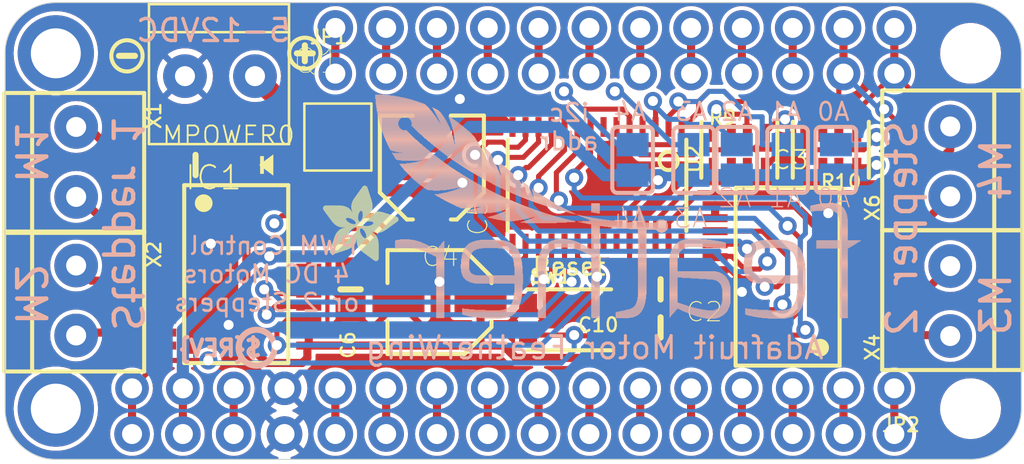
<source format=kicad_pcb>
(kicad_pcb (version 20221018) (generator pcbnew)
  (layers (0 "F.Cu" signal) (1 "In1.Cu" signal) (2 "In2.Cu" signal) (3 "In3.Cu" signal) (4 "In4.Cu" signal) (5 "In5.Cu" signal) (6 "In6.Cu" signal) (7 "In7.Cu" signal) (8 "In8.Cu" signal) (9 "In9.Cu" signal) (10 "In10.Cu" signal) (11 "In11.Cu" signal) (12 "In12.Cu" signal) (13 "In13.Cu" signal) (14 "In14.Cu" signal) (31 "B.Cu" signal) (34 "B.Paste" user) (35 "F.Paste" user) (36 "B.SilkS" user "B.Silkscreen") (37 "F.SilkS" user "F.Silkscreen") (38 "B.Mask" user) (39 "F.Mask" user) (44 "Edge.Cuts" user))
  (net 0 "")
  (net 1 "GND")
  (net 2 "VCC")
  (net 3 "+12V")
  (net 4 "N$4")
  (net 5 "N$6")
  (net 6 "N$7")
  (net 7 "N$9")
  (net 8 "N$12")
  (net 9 "N$14")
  (net 10 "N$15")
  (net 11 "N$17")
  (net 12 "SCL")
  (net 13 "SDA")
  (net 14 "N$133")
  (net 15 "PWM2")
  (net 16 "PWM3")
  (net 17 "PWM4")
  (net 18 "PWM5")
  (net 19 "PWM6")
  (net 20 "PWM7")
  (net 21 "PWM8")
  (net 22 "PWM9")
  (net 23 "PWM10")
  (net 24 "PWM11")
  (net 25 "PWM12")
  (net 26 "PWM13")
  (net 27 "A0")
  (net 28 "A1")
  (net 29 "A2")
  (net 30 "A3")
  (net 31 "A4")
  (net 32 "N$3")
  (net 33 "VBAT")
  (net 34 "N$1")
  (net 35 "USB")
  (net 36 "N$2")
  (net 37 "N$5")
  (net 38 "N$8")
  (net 39 "N$10")
  (net 40 "N$11")
  (net 41 "N$13")
  (net 42 "N$16")
  (net 43 "N$18")
  (net 44 "N$19")
  (net 45 "N$20")
  (net 46 "N$21")
  (net 47 "N$22")
  (net 48 "N$23")
  (net 49 "N$24")
  (net 50 "N$25")
  (net 51 "N$26")
  (net 52 "N$27")
  (net 53 "N$28")
  (net 54 "N$29")
  (net 55 "N$30")
  (net 56 "N$32")
  (footprint "working:RESPACK_4X0603" (layer "F.Cu") (at 159.8041 100.9396)
    (fp_text reference "R9")
    (fp_text value "10K")
  )
  (footprint "working:0805-NO" (layer "F.Cu") (at 155.8671 107.9246 180)
    (fp_text reference "C2")
    (fp_text value "0.1uF")
  )
  (footprint "working:FIDUCIAL_1MM" (layer "F.Cu") (at 169.0751 114.0206)
    (fp_text reference "U$4" hide)
    (fp_text value "FIDUCIAL\"\"" hide)
  )
  (footprint "working:0805-NO" (layer "F.Cu") (at 140.3731 107.9246 -90)
    (fp_text reference "C6")
    (fp_text value "10uF")
  )
  (footprint "working:SYMBOL_MINUS" (layer "F.Cu") (at 129.1971 96.2406)
    (fp_text reference "U$2" hide)
    (fp_text value "" hide)
  )
  (footprint "working:0805-NO" (layer "F.Cu") (at 132.6261 101.7016)
    (fp_text reference "R4" hide)
    (fp_text value "1K")
  )
  (footprint "working:TERMBLOCK_1X2-3.5MM" (layer "F.Cu") (at 126.6571 101.4984 -90)
    (fp_text reference "X1")
    (fp_text value "")
  )
  (footprint "working:FEATHERWING" (layer "F.Cu") (at 123.1011 116.4336)
    (fp_text reference "MS1" hide)
    (fp_text value "FEATHERWING" hide)
    (fp_line (start 0 -20.32) (end 0 -2.54) (stroke (width 0.05)) (layer "Edge.Cuts"))
    (fp_line (start 2.54 0) (end 48.26 0) (stroke (width 0.05)) (layer "Edge.Cuts"))
    (fp_line (start 48.26 -22.86) (end 2.54 -22.86) (stroke (width 0.05)) (layer "Edge.Cuts"))
    (fp_line (start 50.8 -2.54) (end 50.8 -20.32) (stroke (width 0.05)) (layer "Edge.Cuts"))
    (fp_arc (start 0 -20.32) (mid 0.743949 -22.116051) (end 2.54 -22.86) (stroke (width 0.05)) (layer "Edge.Cuts"))
    (fp_arc (start 2.54 0) (mid 0.743949 -0.743949) (end 0 -2.54) (stroke (width 0.05)) (layer "Edge.Cuts"))
    (fp_arc (start 48.26 -22.86) (mid 50.056051 -22.116051) (end 50.8 -20.32) (stroke (width 0.05)) (layer "Edge.Cuts"))
    (fp_arc (start 50.8 -2.54) (mid 50.056051 -0.743949) (end 48.26 0) (stroke (width 0.05)) (layer "Edge.Cuts"))
  )
  (footprint "working:CHIPLED_0805_NOOUTLINE" (layer "F.Cu") (at 136.1821 101.7016 90)
    (fp_text reference "LED1" hide)
    (fp_text value "Green")
  )
  (footprint "working:BTN_KMR2_4.6X2.8" (layer "F.Cu") (at 151.2951 109.4486)
    (fp_text reference "SW1")
    (fp_text value "")
  )
  (footprint "working:TERMBLOCK_1X2-3.5MM" (layer "F.Cu") (at 170.3451 108.5596 90)
    (fp_text reference "X4")
    (fp_text value "")
  )
  (footprint "working:1X2-3.5MM" (layer "F.Cu") (at 133.8961 97.2566 180)
    (fp_text reference "MPOWER0")
    (fp_text value "1X2-3.5MM" hide)
  )
  (footprint "working:ADAFRUIT_3.5MM" (layer "F.Cu") (at 138.9761 106.5276)
    (fp_text reference "U$5" hide)
    (fp_text value "" hide)
  )
  (footprint "working:TSSOP28" (layer "F.Cu") (at 152.6921 102.7176 180)
    (fp_text reference "U2")
    (fp_text value "PCA9685")
  )
  (footprint "working:POWERDI3333" (layer "F.Cu") (at 139.7381 100.3046 90)
    (fp_text reference "Q1")
    (fp_text value "AON7401")
  )
  (footprint "working:TERMBLOCK_1X2-3.5MM" (layer "F.Cu") (at 170.3451 101.5746 90)
    (fp_text reference "X6")
    (fp_text value "")
  )
  (footprint "working:PANASONIC_C" (layer "F.Cu") (at 144.4371 101.8286 -90)
    (fp_text reference "C5")
    (fp_text value "47uF+/16v")
  )
  (footprint "working:1X12_ROUND" (layer "F.Cu") (at 153.5811 97.1296)
    (fp_text reference "JP1")
    (fp_text value "")
  )
  (footprint "working:SSOP24" (layer "F.Cu") (at 162.2171 107.2896 90)
    (fp_text reference "IC3")
    (fp_text value "TB6612FNG")
  )
  (footprint "working:TERMBLOCK_1X2-3.5MM" (layer "F.Cu") (at 126.6571 108.4326 -90)
    (fp_text reference "X2")
    (fp_text value "")
  )
  (footprint "working:1X16_ROUND" (layer "F.Cu") (at 148.5011 112.8776 180)
    (fp_text reference "JP2")
    (fp_text value "")
  )
  (footprint "working:PANASONIC_C" (layer "F.Cu") (at 144.8181 108.5596)
    (fp_text reference "C4")
    (fp_text value "47uF/16v")
  )
  (footprint "working:SSOP24" (layer "F.Cu") (at 134.6581 107.1626 -90)
    (fp_text reference "IC1")
    (fp_text value "TB6612FNG")
  )
  (footprint "working:RESPACK_4X0603" (layer "F.Cu") (at 164.3761 100.9396 180)
    (fp_text reference "R10")
    (fp_text value "10K")
  )
  (footprint "working:FIDUCIAL_1MM" (layer "F.Cu") (at 128.9431 99.2886)
    (fp_text reference "U$3" hide)
    (fp_text value "FIDUCIAL\"\"" hide)
  )
  (footprint "working:SYMBOL_PLUS" (layer "F.Cu") (at 138.0871 96.1136)
    (fp_text reference "U$1" hide)
    (fp_text value "" hide)
  )
  (footprint "working:0805-NO" (layer "F.Cu") (at 155.8671 109.8296 180)
    (fp_text reference "C10")
    (fp_text value "10uF")
  )
  (footprint "working:SOLDERJUMPER_REFLOW_NOPASTE" (layer "B.Cu") (at 164.6301 101.4476 90)
    (fp_text reference "A0")
    (fp_text value "")
  )
  (footprint "working:FEATHERLOGO" (layer "B.Cu") (at 165.9001 109.4486 180)
    (fp_text reference "U$6" hide)
    (fp_text value "" hide)
  )
  (footprint "working:PCBFEAT-REV-040" (layer "B.Cu") (at 135.6741 110.8456 180)
    (fp_text reference "U$8" hide)
    (fp_text value "" hide)
  )
  (footprint "working:SOLDERJUMPER_REFLOW_NOPASTE" (layer "B.Cu") (at 162.2171 101.4476 90)
    (fp_text reference "A1")
    (fp_text value "")
  )
  (footprint "working:SOLDERJUMPER_REFLOW_NOPASTE" (layer "B.Cu") (at 154.4701 101.4476 -90)
    (fp_text reference "A4")
    (fp_text value "")
  )
  (footprint "working:SOLDERJUMPER_REFLOW_NOPASTE" (layer "B.Cu") (at 157.5181 101.4476 -90)
    (fp_text reference "A3")
    (fp_text value "")
  )
  (footprint "working:SOLDERJUMPER_REFLOW_NOPASTE" (layer "B.Cu") (at 159.6771 101.4476 90)
    (fp_text reference "A2")
    (fp_text value "")
  )
  (gr_text "i2c\naddr" (at 151.2951 99.7966) (layer "B.SilkS") (effects (font (size 0.88392 0.88392) (thickness 0.13208)) (justify mirror)))
  (gr_text "A3" (at 157.3911 99.0346) (layer "B.SilkS") (effects (font (size 0.89408 0.89408) (thickness 0.12192)) (justify mirror)))
  (gr_text "5-12VDC" (at 133.5151 94.9706) (layer "B.SilkS") (effects (font (size 1.1049 1.1049) (thickness 0.1651)) (justify mirror)))
  (gr_text "A2" (at 159.6771 99.0346) (layer "B.SilkS") (effects (font (size 0.89408 0.89408) (thickness 0.12192)) (justify mirror)))
  (gr_text "A0" (at 164.5031 99.0346) (layer "B.SilkS") (effects (font (size 0.89408 0.89408) (thickness 0.12192)) (justify mirror)))
  (gr_text "M2" (at 124.3711 108.1786 -90) (layer "B.SilkS") (effects (font (size 1.458468 1.458468) (thickness 0.217932)) (justify mirror)))
  (gr_text "Adafruit Motor FeatherWing" (at 152.5651 110.8456) (layer "B.SilkS") (effects (font (size 1.1176 1.1176) (thickness 0.1524)) (justify mirror)))
  (gr_text "A1" (at 162.0901 99.0346) (layer "B.SilkS") (effects (font (size 0.89408 0.89408) (thickness 0.12192)) (justify mirror)))
  (gr_text "M1" (at 124.3711 101.0666 -90) (layer "B.SilkS") (effects (font (size 1.458468 1.458468) (thickness 0.217932)) (justify mirror)))
  (gr_text "M4" (at 172.6311 101.9556 -270) (layer "B.SilkS") (effects (font (size 1.458468 1.458468) (thickness 0.217932)) (justify mirror)))
  (gr_text "Stepper 2" (at 167.9321 104.8766 -270) (layer "B.SilkS") (effects (font (size 1.458468 1.458468) (thickness 0.217932)) (justify mirror)))
  (gr_text "PWM Control \n4 DC Motors\nor 2 Steppers" (at 136.1821 107.1626) (layer "B.SilkS") (effects (font (size 0.88392 0.88392) (thickness 0.13208)) (justify mirror)))
  (gr_text "A4" (at 154.3431 99.0346) (layer "B.SilkS") (effects (font (size 0.89408 0.89408) (thickness 0.12192)) (justify mirror)))
  (gr_text "M3" (at 172.6311 108.6866 -270) (layer "B.SilkS") (effects (font (size 1.458468 1.458468) (thickness 0.217932)) (justify mirror)))
  (gr_text "Stepper 1" (at 129.1971 104.6226 -90) (layer "B.SilkS") (effects (font (size 1.458468 1.458468) (thickness 0.217932)) (justify mirror)))
  (gr_text "Reset" (at 151.2951 106.7816) (layer "F.SilkS") (effects (font (size 0.88392 0.88392) (thickness 0.13208))))
  (segment (start 159.9311 107.5436) (end 159.9311 108.0516) (width 0.254) (layer "F.Cu") (net 1))
  (segment (start 159.3521 106.9646) (end 159.9311 107.5436) (width 0.254) (layer "F.Cu") (net 1))
  (segment (start 154.6631 107.6706) (end 153.7081 107.6706) (width 0.4064) (layer "F.Cu") (net 1))
  (segment (start 158.5921 106.9646) (end 159.3521 106.9646) (width 0.254) (layer "F.Cu") (net 1))
  (segment (start 154.9171 107.9246) (end 154.6631 107.6706) (width 0.4064) (layer "F.Cu") (net 1))
  (via (at 144.8181 107.5436) (size 0.9064) (drill 0.5) (layers "F.Cu" "B.Cu") (net 1))
  (via (at 159.9311 108.0516) (size 0.9064) (drill 0.5) (layers "F.Cu" "B.Cu") (net 1))
  (via (at 145.8341 98.3996) (size 0.9064) (drill 0.5) (layers "F.Cu" "B.Cu") (net 1))
  (via (at 164.2491 104.1146) (size 0.9064) (drill 0.5) (layers "F.Cu" "B.Cu") (net 1))
  (via (at 145.9611 102.5906) (size 0.9064) (drill 0.5) (layers "F.Cu" "B.Cu") (net 1))
  (via (at 134.2771 109.7026) (size 0.9064) (drill 0.5) (layers "F.Cu" "B.Cu") (net 1))
  (via (at 133.3881 105.6386) (size 0.9064) (drill 0.5) (layers "F.Cu" "B.Cu") (net 1))
  (segment (start 136.3951 106.1876) (end 136.3091 106.2736) (width 0.4064) (layer "F.Cu") (net 2))
  (segment (start 165.6761 101.7896) (end 164.7761 101.7896) (width 0.254) (layer "F.Cu") (net 2))
  (segment (start 156.8171 107.9246) (end 156.8171 106.6546) (width 0.254) (layer "F.Cu") (net 2))
  (segment (start 156.8171 106.6546) (end 156.9171 106.6546) (width 0.254) (layer "F.Cu") (net 2))
  (segment (start 158.5921 108.2646) (end 158.5921 107.6146) (width 0.3048) (layer "F.Cu") (net 2))
  (segment (start 156.8171 109.8296) (end 156.8171 107.9246) (width 0.4064) (layer "F.Cu") (net 2))
  (segment (start 138.2831 106.1876) (end 138.2831 106.8376) (width 0.254) (layer "F.Cu") (net 2))
  (segment (start 158.5361 107.6706) (end 157.0711 107.6706) (width 0.254) (layer "F.Cu") (net 2))
  (segment (start 156.9171 105.6354) (end 156.9171 106.6546) (width 0.254) (layer "F.Cu") (net 2))
  (segment (start 154.3171 106.6546) (end 156.8171 106.6546) (width 0.254) (layer "F.Cu") (net 2))
  (segment (start 139.5861 106.1876) (end 138.2831 106.1876) (width 0.254) (layer "F.Cu") (net 2))
  (segment (start 165.6761 101.7896) (end 166.5741 101.7896) (width 0.254) (layer "F.Cu") (net 2))
  (segment (start 140.3731 106.9746) (end 139.5861 106.1876) (width 0.254) (layer "F.Cu") (net 2))
  (segment (start 154.3171 105.6354) (end 154.3171 103.8866) (width 0.3048) (layer "F.Cu") (net 2))
  (segment (start 157.0711 107.6706) (end 156.8171 107.9246) (width 0.254) (layer "F.Cu") (net 2))
  (segment (start 166.5741 101.7896) (end 166.6621 101.7016) (width 0.254) (layer "F.Cu") (net 2))
  (segment (start 138.2831 106.1876) (end 136.3951 106.1876) (width 0.4064) (layer "F.Cu") (net 2))
  (segment (start 154.3171 105.6354) (end 154.3171 106.6546) (width 0.254) (layer "F.Cu") (net 2))
  (segment (start 131.9911 115.1636) (end 131.9911 112.8776) (width 0.4064) (layer "F.Cu") (net 2))
  (segment (start 154.3171 103.8866) (end 155.7401 102.4636) (width 0.254) (layer "F.Cu") (net 2))
  (segment (start 158.5361 107.6706) (end 158.5921 107.6146) (width 0.3048) (layer "F.Cu") (net 2))
  (via (at 155.7401 102.4636) (size 0.9064) (drill 0.5) (layers "F.Cu" "B.Cu") (net 2))
  (via (at 136.3091 106.2736) (size 0.9064) (drill 0.5) (layers "F.Cu" "B.Cu") (net 2))
  (via (at 166.6621 101.7016) (size 0.9064) (drill 0.5) (layers "F.Cu" "B.Cu") (net 2))
  (segment (start 155.4861 102.2096) (end 155.7401 102.4636) (width 0.6096) (layer "B.Cu") (net 2))
  (segment (start 136.3091 106.2736) (end 135.6741 106.2736) (width 0.6096) (layer "B.Cu") (net 2))
  (segment (start 162.2171 102.2096) (end 164.6301 102.2096) (width 0.6096) (layer "B.Cu") (net 2))
  (segment (start 131.9911 109.9566) (end 131.9911 112.8776) (width 0.6096) (layer "B.Cu") (net 2))
  (segment (start 150.6601 99.7966) (end 146.3421 99.7966) (width 0.6096) (layer "B.Cu") (net 2))
  (segment (start 159.6771 102.2096) (end 162.2171 102.2096) (width 0.6096) (layer "B.Cu") (net 2))
  (segment (start 153.0731 102.2096) (end 150.6601 99.7966) (width 0.6096) (layer "B.Cu") (net 2))
  (segment (start 157.5181 102.2096) (end 159.6771 102.2096) (width 0.6096) (layer "B.Cu") (net 2))
  (segment (start 154.4701 102.2096) (end 155.4861 102.2096) (width 0.6096) (layer "B.Cu") (net 2))
  (segment (start 135.6741 106.2736) (end 131.9911 109.9566) (width 0.6096) (layer "B.Cu") (net 2))
  (segment (start 166.1541 102.2096) (end 164.6301 102.2096) (width 0.6096) (layer "B.Cu") (net 2))
  (segment (start 146.3421 99.7966) (end 139.8651 106.2736) (width 0.6096) (layer "B.Cu") (net 2))
  (segment (start 166.1541 102.2096) (end 166.6621 101.7016) (width 0.6096) (layer "B.Cu") (net 2))
  (segment (start 157.5181 102.2096) (end 154.4701 102.2096) (width 0.6096) (layer "B.Cu") (net 2))
  (segment (start 139.8651 106.2736) (end 136.3091 106.2736) (width 0.6096) (layer "B.Cu") (net 2))
  (segment (start 154.4701 102.2096) (end 154.3431 102.2096) (width 0.6096) (layer "B.Cu") (net 2))
  (segment (start 153.0731 102.2096) (end 154.4701 102.2096) (width 0.6096) (layer "B.Cu") (net 2))
  (segment (start 138.7631 102.9716) (end 138.7631 103.5876) (width 0.4064) (layer "F.Cu") (net 3))
  (segment (start 137.2321 101.7016) (end 137.2321 103.5876) (width 0.4064) (layer "F.Cu") (net 3))
  (segment (start 135.1661 104.1146) (end 135.1661 110.5916) (width 0.4064) (layer "F.Cu") (net 3))
  (segment (start 163.676403 110.8646) (end 164.1221 110.418904) (width 0.4064) (layer "F.Cu") (net 3))
  (segment (start 158.6111 103.7336) (end 158.5921 103.7146) (width 0.4064) (layer "F.Cu") (net 3))
  (segment (start 138.2141 110.8066) (end 138.2831 110.7376) (width 0.4064) (layer "F.Cu") (net 3))
  (segment (start 138.2141 111.3536) (end 138.2141 110.8066) (width 0.4064) (layer "F.Cu") (net 3))
  (segment (start 148.6281 111.3536) (end 158.1031 111.3536) (width 0.4064) (layer "F.Cu") (net 3))
  (segment (start 158.5921 110.8646) (end 163.676403 110.8646) (width 0.4064) (layer "F.Cu") (net 3))
  (segment (start 140.0631 102.0046) (end 140.0631 102.9716) (width 0.4064) (layer "F.Cu") (net 3))
  (segment (start 138.2831 110.0876) (end 138.2831 110.7376) (width 0.4064) (layer "F.Cu") (net 3))
  (segment (start 146.8681 110.7376) (end 148.0121 110.7376) (width 0.4064) (layer "F.Cu") (net 3))
  (segment (start 146.8681 110.7376) (end 146.7231 110.7376) (width 0.4064) (layer "F.Cu") (net 3))
  (segment (start 140.0631 102.9716) (end 139.4131 102.9716) (width 0.4064) (layer "F.Cu") (net 3))
  (segment (start 158.5921 104.3646) (end 158.5921 103.7146) (width 0.4064) (layer "F.Cu") (net 3))
  (segment (start 139.4131 102.9716) (end 138.7631 102.9716) (width 0.4064) (layer "F.Cu") (net 3))
  (segment (start 137.9601 111.6076) (end 138.2141 111.3536) (width 0.4064) (layer "F.Cu") (net 3))
  (segment (start 148.0121 110.7376) (end 148.6281 111.3536) (width 0.4064) (layer "F.Cu") (net 3))
  (segment (start 143.5301 102.9716) (end 140.0631 102.9716) (width 0.6096) (layer "F.Cu") (net 3))
  (segment (start 135.6931 103.5876) (end 135.1661 104.1146) (width 0.4064) (layer "F.Cu") (net 3))
  (segment (start 144.4371 103.8786) (end 143.5301 102.9716) (width 0.6096) (layer "F.Cu") (net 3))
  (segment (start 137.2321 103.5876) (end 138.2831 103.5876) (width 0.4064) (layer "F.Cu") (net 3))
  (segment (start 138.7631 103.5876) (end 138.2831 103.5876) (width 0.4064) (layer "F.Cu") (net 3))
  (segment (start 162.5981 103.7336) (end 158.6111 103.7336) (width 0.4064) (layer "F.Cu") (net 3))
  (segment (start 138.2831 103.5876) (end 135.6931 103.5876) (width 0.4064) (layer "F.Cu") (net 3))
  (segment (start 135.1661 110.5916) (end 136.1821 111.6076) (width 0.4064) (layer "F.Cu") (net 3))
  (segment (start 146.8681 108.5596) (end 146.8681 110.7376) (width 0.4064) (layer "F.Cu") (net 3))
  (segment (start 138.2831 110.7376) (end 146.7231 110.7376) (width 0.4064) (layer "F.Cu") (net 3))
  (segment (start 164.1221 105.2576) (end 164.1221 110.418904) (width 0.4064) (layer "F.Cu") (net 3))
  (segment (start 139.4131 102.0046) (end 139.4131 102.9716) (width 0.4064) (layer "F.Cu") (net 3))
  (segment (start 162.5981 103.7336) (end 164.1221 105.2576) (width 0.4064) (layer "F.Cu") (net 3))
  (segment (start 136.1821 111.6076) (end 137.9601 111.6076) (width 0.4064) (layer "F.Cu") (net 3))
  (segment (start 158.1031 111.3536) (end 158.5921 110.8646) (width 0.4064) (layer "F.Cu") (net 3))
  (segment (start 138.7631 102.0046) (end 138.7631 102.9716) (width 0.4064) (layer "F.Cu") (net 3))
  (segment (start 126.7079 99.7476) (end 126.6571 99.7984) (width 0.4064) (layer "F.Cu") (net 4))
  (segment (start 127.1931 99.7476) (end 126.7079 99.7476) (width 0.4064) (layer "F.Cu") (net 4))
  (segment (start 131.0331 104.2376) (end 131.0331 103.5876) (width 0.4064) (layer "F.Cu") (net 4))
  (segment (start 131.0331 103.5876) (end 127.1931 99.7476) (width 0.4064) (layer "F.Cu") (net 4))
  (segment (start 129.7241 106.1876) (end 131.0331 106.1876) (width 0.4064) (layer "F.Cu") (net 5))
  (segment (start 126.8349 103.2984) (end 126.6571 103.2984) (width 0.4064) (layer "F.Cu") (net 5))
  (segment (start 129.7241 106.1876) (end 126.8349 103.2984) (width 0.4064) (layer "F.Cu") (net 5))
  (segment (start 131.0331 106.1876) (end 131.0331 106.8376) (width 0.4064) (layer "F.Cu") (net 5))
  (segment (start 131.0331 107.4876) (end 131.0331 108.1376) (width 0.4064) (layer "F.Cu") (net 6))
  (segment (start 126.6571 106.7326) (end 127.4121 107.4876) (width 0.4064) (layer "F.Cu") (net 6))
  (segment (start 127.4121 107.4876) (end 131.0331 107.4876) (width 0.4064) (layer "F.Cu") (net 6))
  (segment (start 131.0331 110.0876) (end 126.8021 110.0876) (width 0.4064) (layer "F.Cu") (net 7))
  (segment (start 126.8021 110.0876) (end 126.6571 110.2326) (width 0.4064) (layer "F.Cu") (net 7))
  (segment (start 131.0331 110.0876) (end 131.0331 110.7376) (width 0.4064) (layer "F.Cu") (net 7))
  (segment (start 165.8421 110.8646) (end 165.8421 110.2146) (width 0.4064) (layer "F.Cu") (net 8))
  (segment (start 170.3001 110.2146) (end 170.3451 110.2596) (width 0.4064) (layer "F.Cu") (net 8))
  (segment (start 165.8421 110.2146) (end 170.3001 110.2146) (width 0.4064) (layer "F.Cu") (net 8))
  (segment (start 165.8421 107.6146) (end 165.8421 108.2646) (width 0.4064) (layer "F.Cu") (net 9))
  (segment (start 165.8421 108.2646) (end 168.8401 108.2646) (width 0.4064) (layer "F.Cu") (net 9))
  (segment (start 168.8401 108.2646) (end 170.3451 106.7596) (width 0.4064) (layer "F.Cu") (net 9))
  (segment (start 165.8421 106.3146) (end 165.8421 106.9646) (width 0.4064) (layer "F.Cu") (net 10))
  (segment (start 165.8421 106.3146) (end 167.3051 106.3146) (width 0.4064) (layer "F.Cu") (net 10))
  (segment (start 167.3051 106.3146) (end 170.3451 103.2746) (width 0.4064) (layer "F.Cu") (net 10))
  (segment (start 170.3451 100.9396) (end 170.3451 99.7746) (width 0.4064) (layer "F.Cu") (net 11))
  (segment (start 170.2181 99.6476) (end 170.3451 99.7746) (width 0.4064) (layer "F.Cu") (net 11))
  (segment (start 165.8421 103.7146) (end 167.5701 103.7146) (width 0.4064) (layer "F.Cu") (net 11))
  (segment (start 165.8421 103.7146) (end 165.8421 104.3646) (width 0.4064) (layer "F.Cu") (net 11))
  (segment (start 167.5701 103.7146) (end 170.3451 100.9396) (width 0.4064) (layer "F.Cu") (net 11))
  (segment (start 155.6171 104.4916) (end 157.5181 102.5906) (width 0.254) (layer "F.Cu") (net 12))
  (segment (start 157.5181 102.5906) (end 167.0431 102.5906) (width 0.254) (layer "F.Cu") (net 12))
  (segment (start 164.7571 100.1086) (end 164.7761 100.0896) (width 0.254) (layer "F.Cu") (net 12))
  (segment (start 155.6171 105.6354) (end 155.6171 104.4916) (width 0.254) (layer "F.Cu") (net 12))
  (segment (start 167.9321 99.7966) (end 167.0431 98.9076) (width 0.254) (layer "F.Cu") (net 12))
  (segment (start 167.0431 102.5906) (end 167.9321 101.7016) (width 0.254) (layer "F.Cu") (net 12))
  (segment (start 167.9321 101.7016) (end 167.9321 99.7966) (width 0.254) (layer "F.Cu") (net 12))
  (segment (start 164.7761 97.3646) (end 165.0111 97.1296) (width 0.254) (layer "F.Cu") (net 12))
  (segment (start 165.0111 97.1296) (end 165.0111 94.8436) (width 0.4064) (layer "F.Cu") (net 12))
  (segment (start 164.7761 97.3646) (end 164.7761 100.0896) (width 0.254) (layer "F.Cu") (net 12))
  (via (at 167.0431 98.9076) (size 0.9064) (drill 0.5) (layers "F.Cu" "B.Cu") (net 12))
  (segment (start 166.7891 98.9076) (end 165.0111 97.1296) (width 0.254) (layer "B.Cu") (net 12))
  (segment (start 167.0431 98.9076) (end 166.7891 98.9076) (width 0.254) (layer "B.Cu") (net 12))
  (segment (start 156.2671 104.6036) (end 157.7721 103.0986) (width 0.254) (layer "F.Cu") (net 13))
  (segment (start 167.2971 103.0986) (end 168.4401 101.9556) (width 0.254) (layer "F.Cu") (net 13))
  (segment (start 167.5511 97.1296) (end 165.6761 99.0046) (width 0.254) (layer "F.Cu") (net 13))
  (segment (start 165.6761 99.0046) (end 165.6761 100.0896) (width 0.254) (layer "F.Cu") (net 13))
  (segment (start 167.5511 94.8436) (end 167.5511 97.1296) (width 0.4064) (layer "F.Cu") (net 13))
  (segment (start 156.2671 105.6354) (end 156.2671 104.6036) (width 0.254) (layer "F.Cu") (net 13))
  (segment (start 168.4401 101.9556) (end 168.4401 98.0186) (width 0.254) (layer "F.Cu") (net 13))
  (segment (start 157.7721 103.0986) (end 167.2971 103.0986) (width 0.254) (layer "F.Cu") (net 13))
  (segment (start 168.4401 98.0186) (end 167.5511 97.1296) (width 0.254) (layer "F.Cu") (net 13))
  (segment (start 135.1321 101.7016) (end 133.5761 101.7016) (width 0.4064) (layer "F.Cu") (net 14))
  (segment (start 162.8481 110.2146) (end 158.5921 110.2146) (width 0.254) (layer "F.Cu") (net 15))
  (segment (start 163.1061 109.9566) (end 162.8481 110.2146) (width 0.254) (layer "F.Cu") (net 15))
  (segment (start 152.3671 101.2496) (end 151.5491 102.0676) (width 0.254) (layer "F.Cu") (net 15))
  (segment (start 152.3671 99.7998) (end 152.3671 101.2496) (width 0.254) (layer "F.Cu") (net 15))
  (segment (start 163.1061 109.9566) (end 162.9791 109.9566) (width 0.254) (layer "F.Cu") (net 15))
  (segment (start 151.5491 102.0676) (end 151.5491 102.3366) (width 0.254) (layer "F.Cu") (net 15))
  (via (at 151.5491 102.3366) (size 0.9064) (drill 0.5) (layers "F.Cu" "B.Cu") (net 15))
  (via (at 163.1061 109.9566) (size 0.9064) (drill 0.5) (layers "F.Cu" "B.Cu") (net 15))
  (segment (start 151.9301 103.3526) (end 162.2171 103.3526) (width 0.254) (layer "B.Cu") (net 15))
  (segment (start 151.5491 102.9716) (end 151.9301 103.3526) (width 0.254) (layer "B.Cu") (net 15))
  (segment (start 162.8521 109.7026) (end 163.1061 109.9566) (width 0.254) (layer "B.Cu") (net 15))
  (segment (start 151.5491 102.3366) (end 151.5491 102.9716) (width 0.254) (layer "B.Cu") (net 15))
  (segment (start 163.1061 104.2416) (end 163.1061 105.1306) (width 0.254) (layer "B.Cu") (net 15))
  (segment (start 162.2171 103.3526) (end 163.1061 104.2416) (width 0.254) (layer "B.Cu") (net 15))
  (segment (start 163.1061 105.1306) (end 162.8521 105.3846) (width 0.254) (layer "B.Cu") (net 15))
  (segment (start 162.8521 105.3846) (end 162.8521 109.7026) (width 0.254) (layer "B.Cu") (net 15))
  (segment (start 150.6601 102.0826) (end 151.7171 101.0256) (width 0.254) (layer "F.Cu") (net 16))
  (segment (start 162.8521 108.9406) (end 162.2281 109.5646) (width 0.254) (layer "F.Cu") (net 16))
  (segment (start 162.8521 105.3846) (end 162.8521 108.9406) (width 0.254) (layer "F.Cu") (net 16))
  (segment (start 150.6601 103.3526) (end 150.7871 103.4796) (width 0.254) (layer "F.Cu") (net 16))
  (segment (start 150.6601 102.0826) (end 150.6601 103.3526) (width 0.254) (layer "F.Cu") (net 16))
  (segment (start 151.7171 101.0256) (end 151.7171 99.7998) (width 0.254) (layer "F.Cu") (net 16))
  (segment (start 162.2281 109.5646) (end 158.5921 109.5646) (width 0.254) (layer "F.Cu") (net 16))
  (segment (start 162.2171 104.7496) (end 162.8521 105.3846) (width 0.254) (layer "F.Cu") (net 16))
  (via (at 150.7871 103.4796) (size 0.9064) (drill 0.5) (layers "F.Cu" "B.Cu") (net 16))
  (via (at 162.2171 104.7496) (size 0.9064) (drill 0.5) (layers "F.Cu" "B.Cu") (net 16))
  (segment (start 150.7871 103.4796) (end 150.7871 103.8606) (width 0.254) (layer "B.Cu") (net 16))
  (segment (start 161.3281 103.8606) (end 162.2171 104.7496) (width 0.254) (layer "B.Cu") (net 16))
  (segment (start 150.7871 103.8606) (end 161.3281 103.8606) (width 0.254) (layer "B.Cu") (net 16))
  (segment (start 161.9631 108.6866) (end 161.7091 108.9406) (width 0.254) (layer "F.Cu") (net 17))
  (segment (start 161.7091 108.9406) (end 158.6181 108.9406) (width 0.254) (layer "F.Cu") (net 17))
  (segment (start 151.0671 100.9656) (end 149.7711 102.2616) (width 0.254) (layer "F.Cu") (net 17))
  (segment (start 151.0671 99.7998) (end 151.0671 100.9656) (width 0.254) (layer "F.Cu") (net 17))
  (segment (start 149.7711 102.2616) (end 149.7711 102.8446) (width 0.254) (layer "F.Cu") (net 17))
  (segment (start 158.6181 108.9406) (end 158.5921 108.9146) (width 0.254) (layer "F.Cu") (net 17))
  (via (at 149.7711 102.8446) (size 0.9064) (drill 0.5) (layers "F.Cu" "B.Cu") (net 17))
  (via (at 161.9631 108.6866) (size 0.9064) (drill 0.5) (layers "F.Cu" "B.Cu") (net 17))
  (segment (start 161.9631 108.4326) (end 161.9631 108.6866) (width 0.254) (layer "B.Cu") (net 17))
  (segment (start 162.2171 108.1786) (end 161.9631 108.4326) (width 0.254) (layer "B.Cu") (net 17))
  (segment (start 150.0251 104.3686) (end 160.5661 104.3686) (width 0.254) (layer "B.Cu") (net 17))
  (segment (start 149.7711 102.8446) (end 149.3901 103.2256) (width 0.254) (layer "B.Cu") (net 17))
  (segment (start 162.2171 106.0196) (end 162.2171 108.1786) (width 0.254) (layer "B.Cu") (net 17))
  (segment (start 149.3901 103.2256) (end 149.3901 103.7336) (width 0.254) (layer "B.Cu") (net 17))
  (segment (start 149.3901 103.7336) (end 150.0251 104.3686) (width 0.254) (layer "B.Cu") (net 17))
  (segment (start 160.5661 104.3686) (end 162.2171 106.0196) (width 0.254) (layer "B.Cu") (net 17))
  (segment (start 158.6331 106.2736) (end 158.5921 106.3146) (width 0.254) (layer "F.Cu") (net 18))
  (segment (start 159.4231 106.2736) (end 160.0581 106.9086) (width 0.254) (layer "F.Cu") (net 18))
  (segment (start 150.4171 99.7998) (end 150.4171 100.6746) (width 0.254) (layer "F.Cu") (net 18))
  (segment (start 160.8201 106.9086) (end 161.2011 106.5276) (width 0.254) (layer "F.Cu") (net 18))
  (segment (start 150.4171 100.6746) (end 149.2631 101.8286) (width 0.254) (layer "F.Cu") (net 18))
  (segment (start 149.1361 101.8286) (end 148.7551 102.2096) (width 0.254) (layer "F.Cu") (net 18))
  (segment (start 149.2631 101.8286) (end 149.1361 101.8286) (width 0.254) (layer "F.Cu") (net 18))
  (segment (start 158.6331 106.2736) (end 159.4231 106.2736) (width 0.254) (layer "F.Cu") (net 18))
  (segment (start 160.0581 106.9086) (end 160.8201 106.9086) (width 0.254) (layer "F.Cu") (net 18))
  (via (at 161.2011 106.5276) (size 0.9064) (drill 0.5) (layers "F.Cu" "B.Cu") (net 18))
  (via (at 148.7551 102.2096) (size 0.9064) (drill 0.5) (layers "F.Cu" "B.Cu") (net 18))
  (segment (start 148.7551 103.9876) (end 149.7711 105.0036) (width 0.254) (layer "B.Cu") (net 18))
  (segment (start 161.2011 105.7656) (end 161.2011 106.5276) (width 0.254) (layer "B.Cu") (net 18))
  (segment (start 160.4391 105.0036) (end 161.2011 105.7656) (width 0.254) (layer "B.Cu") (net 18))
  (segment (start 148.7551 102.2096) (end 148.7551 103.9876) (width 0.254) (layer "B.Cu") (net 18))
  (segment (start 149.7711 105.0036) (end 160.4391 105.0036) (width 0.254) (layer "B.Cu") (net 18))
  (segment (start 149.0091 101.3206) (end 147.8661 101.3206) (width 0.254) (layer "F.Cu") (net 19))
  (segment (start 158.6181 105.6386) (end 158.5921 105.6646) (width 0.254) (layer "F.Cu") (net 19))
  (segment (start 159.9571 105.6646) (end 160.1851 105.8926) (width 0.254) (layer "F.Cu") (net 19))
  (segment (start 149.7671 99.7998) (end 149.7671 100.5626) (width 0.254) (layer "F.Cu") (net 19))
  (segment (start 149.7671 100.5626) (end 149.0091 101.3206) (width 0.254) (layer "F.Cu") (net 19))
  (segment (start 158.5921 105.6646) (end 159.9571 105.6646) (width 0.254) (layer "F.Cu") (net 19))
  (segment (start 147.8661 101.3206) (end 147.7391 101.4476) (width 0.254) (layer "F.Cu") (net 19))
  (via (at 147.7391 101.4476) (size 0.9064) (drill 0.5) (layers "F.Cu" "B.Cu") (net 19))
  (via (at 160.1851 105.8926) (size 0.9064) (drill 0.5) (layers "F.Cu" "B.Cu") (net 19))
  (segment (start 159.8041 105.5116) (end 160.1851 105.8926) (width 0.254) (layer "B.Cu") (net 19))
  (segment (start 149.2631 105.5116) (end 159.8041 105.5116) (width 0.254) (layer "B.Cu") (net 19))
  (segment (start 147.7391 101.4476) (end 147.7391 103.9876) (width 0.254) (layer "B.Cu") (net 19))
  (segment (start 147.7391 103.9876) (end 149.2631 105.5116) (width 0.254) (layer "B.Cu") (net 19))
  (segment (start 148.2471 100.8126) (end 147.9931 100.5586) (width 0.254) (layer "F.Cu") (net 20))
  (segment (start 161.0741 107.7976) (end 161.7091 107.7976) (width 0.254) (layer "F.Cu") (net 20))
  (segment (start 149.1171 100.4506) (end 148.7551 100.8126) (width 0.254) (layer "F.Cu") (net 20))
  (segment (start 162.2171 107.2896) (end 162.2171 106.2736) (width 0.254) (layer "F.Cu") (net 20))
  (segment (start 149.1171 99.7998) (end 149.1171 100.4506) (width 0.254) (layer "F.Cu") (net 20))
  (segment (start 161.7091 107.7976) (end 162.2171 107.2896) (width 0.254) (layer "F.Cu") (net 20))
  (segment (start 158.6031 105.0036) (end 158.5921 105.0146) (width 0.254) (layer "F.Cu") (net 20))
  (segment (start 147.2311 100.5586) (end 146.5961 101.1936) (width 0.254) (layer "F.Cu") (net 20))
  (segment (start 147.9931 100.5586) (end 147.2311 100.5586) (width 0.254) (layer "F.Cu") (net 20))
  (segment (start 160.9581 105.0146) (end 158.5921 105.0146) (width 0.254) (layer "F.Cu") (net 20))
  (segment (start 162.2171 106.2736) (end 160.9581 105.0146) (width 0.254) (layer "F.Cu") (net 20))
  (segment (start 148.7551 100.8126) (end 148.2471 100.8126) (width 0.254) (layer "F.Cu") (net 20))
  (via (at 161.0741 107.7976) (size 0.9064) (drill 0.5) (layers "F.Cu" "B.Cu") (net 20))
  (via (at 146.5961 101.1936) (size 0.9064) (drill 0.5) (layers "F.Cu" "B.Cu") (net 20))
  (segment (start 161.0741 107.7976) (end 160.3121 107.0356) (width 0.254) (layer "B.Cu") (net 20))
  (segment (start 148.6281 106.0196) (end 158.5341 106.0196) (width 0.254) (layer "B.Cu") (net 20))
  (segment (start 146.8501 104.2416) (end 148.6281 106.0196) (width 0.254) (layer "B.Cu") (net 20))
  (segment (start 160.3121 107.0356) (end 159.5501 107.0356) (width 0.254) (layer "B.Cu") (net 20))
  (segment (start 146.5961 101.1936) (end 146.8501 101.4476) (width 0.254) (layer "B.Cu") (net 20))
  (segment (start 158.5341 106.0196) (end 158.7881 106.0196) (width 0.254) (layer "B.Cu") (net 20))
  (segment (start 146.8501 101.4476) (end 146.8501 104.2416) (width 0.254) (layer "B.Cu") (net 20))
  (segment (start 159.5501 107.0356) (end 158.5341 106.0196) (width 0.254) (layer "B.Cu") (net 20))
  (segment (start 141.4613 104.2376) (end 138.2831 104.2376) (width 0.254) (layer "F.Cu") (net 21))
  (segment (start 148.4639 105.6386) (end 148.4671 105.6354) (width 0.254) (layer "F.Cu") (net 21))
  (segment (start 136.9481 104.2376) (end 136.5631 104.6226) (width 0.254) (layer "F.Cu") (net 21))
  (segment (start 142.8623 105.6386) (end 141.4613 104.2376) (width 0.254) (layer "F.Cu") (net 21))
  (segment (start 142.8623 105.6386) (end 148.4639 105.6386) (width 0.254) (layer "F.Cu") (net 21))
  (segment (start 138.2831 104.2376) (end 136.9481 104.2376) (width 0.254) (layer "F.Cu") (net 21))
  (via (at 136.5631 104.6226) (size 0.9064) (drill 0.5) (layers "F.Cu" "B.Cu") (net 21))
  (segment (start 148.1201 106.5276) (end 148.8821 106.5276) (width 0.254) (layer "F.Cu") (net 22))
  (segment (start 148.8821 106.5276) (end 149.1171 106.2926) (width 0.254) (layer "F.Cu") (net 22))
  (segment (start 142.5321 106.1466) (end 147.7391 106.1466) (width 0.254) (layer "F.Cu") (net 22))
  (segment (start 141.2731 104.8876) (end 142.5321 106.1466) (width 0.254) (layer "F.Cu") (net 22))
  (segment (start 149.1171 106.2926) (end 149.1171 105.6354) (width 0.254) (layer "F.Cu") (net 22))
  (segment (start 138.2831 104.8876) (end 141.2731 104.8876) (width 0.254) (layer "F.Cu") (net 22))
  (segment (start 147.7391 106.1466) (end 148.1201 106.5276) (width 0.254) (layer "F.Cu") (net 22))
  (segment (start 142.2781 106.6546) (end 141.1611 105.5376) (width 0.254) (layer "F.Cu") (net 23))
  (segment (start 149.1361 107.0356) (end 147.8661 107.0356) (width 0.254) (layer "F.Cu") (net 23))
  (segment (start 147.4851 106.6546) (end 142.2781 106.6546) (width 0.254) (layer "F.Cu") (net 23))
  (segment (start 141.1611 105.5376) (end 138.2831 105.5376) (width 0.254) (layer "F.Cu") (net 23))
  (segment (start 147.8661 107.0356) (end 147.4851 106.6546) (width 0.254) (layer "F.Cu") (net 23))
  (segment (start 149.1361 107.0356) (end 149.7671 106.4046) (width 0.254) (layer "F.Cu") (net 23))
  (segment (start 149.7671 105.6354) (end 149.7671 106.4046) (width 0.254) (layer "F.Cu") (net 23))
  (segment (start 136.2681 108.1376) (end 138.2831 108.1376) (width 0.254) (layer "F.Cu") (net 24))
  (segment (start 150.4171 105.6354) (end 150.4171 107.0246) (width 0.254) (layer "F.Cu") (net 24))
  (segment (start 136.0551 107.9246) (end 136.2681 108.1376) (width 0.254) (layer "F.Cu") (net 24))
  (segment (start 150.4171 107.0246) (end 150.0251 107.4166) (width 0.254) (layer "F.Cu") (net 24))
  (via (at 136.0551 107.9246) (size 0.9064) (drill 0.5) (layers "F.Cu" "B.Cu") (net 24))
  (via (at 150.0251 107.4166) (size 0.9064) (drill 0.5) (layers "F.Cu" "B.Cu") (net 24))
  (segment (start 148.8821 108.5596) (end 150.0251 107.4166) (width 0.254) (layer "B.Cu") (net 24))
  (segment (start 136.9441 108.5596) (end 148.8821 108.5596) (width 0.254) (layer "B.Cu") (net 24))
  (segment (start 136.9441 108.5596) (end 136.3091 107.9246) (width 0.254) (layer "B.Cu") (net 24))
  (segment (start 136.3091 107.9246) (end 136.0551 107.9246) (width 0.254) (layer "B.Cu") (net 24))
  (segment (start 136.5891 108.7876) (end 138.2831 108.7876) (width 0.254) (layer "F.Cu") (net 25))
  (segment (start 151.0671 107.1886) (end 151.4221 107.5436) (width 0.254) (layer "F.Cu") (net 25))
  (segment (start 136.1821 109.1946) (end 136.5891 108.7876) (width 0.254) (layer "F.Cu") (net 25))
  (segment (start 151.0671 105.6354) (end 151.0671 107.1886) (width 0.254) (layer "F.Cu") (net 25))
  (via (at 136.1821 109.1946) (size 0.9064) (drill 0.5) (layers "F.Cu" "B.Cu") (net 25))
  (via (at 151.4221 107.5436) (size 0.9064) (drill 0.5) (layers "F.Cu" "B.Cu") (net 25))
  (segment (start 149.7711 109.1946) (end 136.1821 109.1946) (width 0.254) (layer "B.Cu") (net 25))
  (segment (start 149.7711 109.1946) (end 151.4221 107.5436) (width 0.254) (layer "B.Cu") (net 25))
  (segment (start 136.6901 109.9566) (end 136.6901 110.7186) (width 0.254) (layer "F.Cu") (net 26))
  (segment (start 151.7171 106.3146) (end 152.6921 107.2896) (width 0.254) (layer "F.Cu") (net 26))
  (segment (start 137.2091 109.4376) (end 136.6901 109.9566) (width 0.254) (layer "F.Cu") (net 26))
  (segment (start 151.7171 105.6354) (end 151.7171 106.3146) (width 0.254) (layer "F.Cu") (net 26))
  (segment (start 138.2831 109.4376) (end 137.2091 109.4376) (width 0.254) (layer "F.Cu") (net 26))
  (via (at 136.6901 110.7186) (size 0.9064) (drill 0.5) (layers "F.Cu" "B.Cu") (net 26))
  (via (at 152.6921 107.2896) (size 0.9064) (drill 0.5) (layers "F.Cu" "B.Cu") (net 26))
  (segment (start 149.8981 110.7186) (end 152.6921 107.9246) (width 0.254) (layer "B.Cu") (net 26))
  (segment (start 152.6921 107.9246) (end 152.6921 107.2896) (width 0.254) (layer "B.Cu") (net 26))
  (segment (start 136.6901 110.7186) (end 149.8981 110.7186) (width 0.254) (layer "B.Cu") (net 26))
  (segment (start 166.0271 100.9396) (end 166.6621 100.3046) (width 0.254) (layer "F.Cu") (net 27))
  (segment (start 162.4711 98.5266) (end 163.0761 99.1316) (width 0.254) (layer "F.Cu") (net 27))
  (segment (start 158.2801 98.0186) (end 159.0421 98.0186) (width 0.254) (layer "F.Cu") (net 27))
  (segment (start 157.7721 98.5266) (end 158.2801 98.0186) (width 0.254) (layer "F.Cu") (net 27))
  (segment (start 163.0761 100.9396) (end 166.0271 100.9396) (width 0.254) (layer "F.Cu") (net 27))
  (segment (start 159.5501 98.5266) (end 162.4711 98.5266) (width 0.254) (layer "F.Cu") (net 27))
  (segment (start 163.0761 100.0896) (end 163.0761 100.9396) (width 0.254) (layer "F.Cu") (net 27))
  (segment (start 157.7721 99.0346) (end 157.0069 99.7998) (width 0.254) (layer "F.Cu") (net 27))
  (segment (start 157.7721 99.0346) (end 157.7721 98.5266) (width 0.254) (layer "F.Cu") (net 27))
  (segment (start 157.0069 99.7998) (end 156.9171 99.7998) (width 0.254) (layer "F.Cu") (net 27))
  (segment (start 163.0761 99.1316) (end 163.0761 100.0896) (width 0.254) (layer "F.Cu") (net 27))
  (segment (start 159.0421 98.0186) (end 159.5501 98.5266) (width 0.254) (layer "F.Cu") (net 27))
  (via (at 166.6621 100.3046) (size 0.9064) (drill 0.5) (layers "F.Cu" "B.Cu") (net 27))
  (segment (start 166.2811 100.6856) (end 166.6621 100.3046) (width 0.254) (layer "B.Cu") (net 27))
  (segment (start 164.6301 100.6856) (end 166.2811 100.6856) (width 0.254) (layer "B.Cu") (net 27))
  (segment (start 156.2671 99.2696) (end 156.2481 99.2886) (width 0.254) (layer "F.Cu") (net 28))
  (segment (start 156.7561 98.7806) (end 156.7561 98.5266) (width 0.254) (layer "F.Cu") (net 28))
  (segment (start 161.7781 99.4156) (end 162.0901 99.4156) (width 0.254) (layer "F.Cu") (net 28))
  (segment (start 156.2671 99.2696) (end 156.7561 98.7806) (width 0.254) (layer "F.Cu") (net 28))
  (segment (start 156.2671 99.7998) (end 156.2671 99.2696) (width 0.254) (layer "F.Cu") (net 28))
  (segment (start 161.1041 100.0896) (end 161.7781 99.4156) (width 0.254) (layer "F.Cu") (net 28))
  (segment (start 156.2481 99.2886) (end 156.2481 99.4156) (width 0.254) (layer "F.Cu") (net 28))
  (via (at 156.7561 98.5266) (size 0.9064) (drill 0.5) (layers "F.Cu" "B.Cu") (net 28))
  (via (at 162.0901 99.4156) (size 0.9064) (drill 0.5) (layers "F.Cu" "B.Cu") (net 28))
  (segment (start 159.0421 98.0186) (end 160.3121 99.2886) (width 0.254) (layer "B.Cu") (net 28))
  (segment (start 160.3121 99.2886) (end 160.9471 99.2886) (width 0.254) (layer "B.Cu") (net 28))
  (segment (start 160.9471 99.2886) (end 160.9471 100.6856) (width 0.254) (layer "B.Cu") (net 28))
  (segment (start 160.9471 100.6856) (end 162.2171 100.6856) (width 0.254) (layer "B.Cu") (net 28))
  (segment (start 157.7721 98.5266) (end 158.2801 98.0186) (width 0.254) (layer "B.Cu") (net 28))
  (segment (start 157.7721 98.5266) (end 156.7561 98.5266) (width 0.254) (layer "B.Cu") (net 28))
  (segment (start 162.2171 99.5426) (end 162.0901 99.4156) (width 0.254) (layer "B.Cu") (net 28))
  (segment (start 162.2171 100.6856) (end 162.2171 99.5426) (width 0.254) (layer "B.Cu") (net 28))
  (segment (start 158.2801 98.0186) (end 159.0421 98.0186) (width 0.254) (layer "B.Cu") (net 28))
  (segment (start 160.1851 100.0706) (end 160.1851 99.1616) (width 0.254) (layer "F.Cu") (net 29))
  (segment (start 158.9151 99.1616) (end 158.6611 98.9076) (width 0.254) (layer "F.Cu") (net 29))
  (segment (start 160.1851 99.1616) (end 158.9151 99.1616) (width 0.254) (layer "F.Cu") (net 29))
  (segment (start 155.6171 99.7998) (end 155.6171 98.6322) (width 0.254) (layer "F.Cu") (net 29))
  (segment (start 155.6171 98.6322) (end 155.4861 98.5012) (width 0.254) (layer "F.Cu") (net 29))
  (segment (start 160.2041 100.0896) (end 160.1851 100.0706) (width 0.254) (layer "F.Cu") (net 29))
  (via (at 158.6611 98.9076) (size 0.9064) (drill 0.5) (layers "F.Cu" "B.Cu") (net 29))
  (via (at 155.4861 98.5012) (size 0.9064) (drill 0.5) (layers "F.Cu" "B.Cu") (net 29))
  (segment (start 155.4861 98.6536) (end 155.4861 98.5012) (width 0.254) (layer "B.Cu") (net 29))
  (segment (start 156.2481 99.4156) (end 155.4861 98.6536) (width 0.254) (layer "B.Cu") (net 29))
  (segment (start 158.6611 98.9076) (end 158.6611 99.6696) (width 0.254) (layer "B.Cu") (net 29))
  (segment (start 158.6611 99.6696) (end 159.6771 100.6856) (width 0.254) (layer "B.Cu") (net 29))
  (segment (start 157.2641 99.6696) (end 158.6611 99.6696) (width 0.254) (layer "B.Cu") (net 29))
  (segment (start 157.0101 99.4156) (end 157.2641 99.6696) (width 0.254) (layer "B.Cu") (net 29))
  (segment (start 156.2481 99.4156) (end 157.0101 99.4156) (width 0.254) (layer "B.Cu") (net 29))
  (segment (start 158.1621 100.4316) (end 158.5041 100.0896) (width 0.254) (layer "F.Cu") (net 30))
  (segment (start 154.9671 99.1506) (end 153.8351 98.0186) (width 0.254) (layer "F.Cu") (net 30))
  (segment (start 154.9671 99.7998) (end 154.9671 99.1506) (width 0.254) (layer "F.Cu") (net 30))
  (segment (start 153.8351 98.0186) (end 153.5811 98.0186) (width 0.254) (layer "F.Cu") (net 30))
  (segment (start 154.9671 99.7998) (end 154.9671 100.4206) (width 0.254) (layer "F.Cu") (net 30))
  (segment (start 154.9671 100.4206) (end 155.2321 100.6856) (width 0.254) (layer "F.Cu") (net 30))
  (segment (start 155.2321 100.6856) (end 157.2731 100.6856) (width 0.254) (layer "F.Cu") (net 30))
  (segment (start 157.5271 100.4316) (end 158.1621 100.4316) (width 0.254) (layer "F.Cu") (net 30))
  (segment (start 157.2731 100.6856) (end 157.5271 100.4316) (width 0.254) (layer "F.Cu") (net 30))
  (via (at 153.5811 98.0186) (size 0.9064) (drill 0.5) (layers "F.Cu" "B.Cu") (net 30))
  (segment (start 156.5021 100.6856) (end 157.5181 100.6856) (width 0.254) (layer "B.Cu") (net 30))
  (segment (start 153.8351 98.0186) (end 156.5021 100.6856) (width 0.254) (layer "B.Cu") (net 30))
  (segment (start 153.8351 98.0186) (end 153.5811 98.0186) (width 0.254) (layer "B.Cu") (net 30))
  (segment (start 157.7721 100.9396) (end 157.5181 101.1936) (width 0.254) (layer "F.Cu") (net 31))
  (segment (start 154.3171 100.6596) (end 154.3171 99.7998) (width 0.254) (layer "F.Cu") (net 31))
  (segment (start 154.8511 101.1936) (end 154.3171 100.6596) (width 0.254) (layer "F.Cu") (net 31))
  (segment (start 159.4041 100.5776) (end 159.0421 100.9396) (width 0.254) (layer "F.Cu") (net 31))
  (segment (start 151.9301 98.9076) (end 151.0411 98.0186) (width 0.254) (layer "F.Cu") (net 31))
  (segment (start 153.9621 98.9076) (end 151.9301 98.9076) (width 0.254) (layer "F.Cu") (net 31))
  (segment (start 159.0421 100.9396) (end 157.7721 100.9396) (width 0.254) (layer "F.Cu") (net 31))
  (segment (start 154.3171 99.2626) (end 153.9621 98.9076) (width 0.254) (layer "F.Cu") (net 31))
  (segment (start 159.4041 100.0896) (end 159.4041 100.5776) (width 0.254) (layer "F.Cu") (net 31))
  (segment (start 154.3171 99.7998) (end 154.3171 99.2626) (width 0.254) (layer "F.Cu") (net 31))
  (segment (start 157.5181 101.1936) (end 154.8511 101.1936) (width 0.254) (layer "F.Cu") (net 31))
  (via (at 151.0411 98.0186) (size 0.9064) (drill 0.5) (layers "F.Cu" "B.Cu") (net 31))
  (segment (start 153.7081 100.6856) (end 151.0411 98.0186) (width 0.254) (layer "B.Cu") (net 31))
  (segment (start 154.4701 100.6856) (end 153.7081 100.6856) (width 0.254) (layer "B.Cu") (net 31))
  (segment (start 135.5961 97.2566) (end 137.8941 99.5546) (width 1.016) (layer "F.Cu") (net 32))
  (segment (start 137.8941 99.5546) (end 139.7381 99.5546) (width 1.016) (layer "F.Cu") (net 32))
  (segment (start 139.6111 97.1296) (end 139.6111 94.8436) (width 0.4064) (layer "F.Cu") (net 33))
  (segment (start 142.1511 94.8436) (end 142.1511 97.1296) (width 0.4064) (layer "F.Cu") (net 34))
  (segment (start 144.6911 97.1296) (end 144.6911 94.8436) (width 0.4064) (layer "F.Cu") (net 35))
  (segment (start 147.2311 94.8436) (end 147.2311 97.1296) (width 0.4064) (layer "F.Cu") (net 36))
  (segment (start 149.7711 97.1296) (end 149.7711 94.8436) (width 0.4064) (layer "F.Cu") (net 37))
  (segment (start 152.3111 94.8436) (end 152.3111 97.1296) (width 0.4064) (layer "F.Cu") (net 38))
  (segment (start 154.8511 97.1296) (end 154.8511 94.8436) (width 0.4064) (layer "F.Cu") (net 39))
  (segment (start 157.3911 94.8436) (end 157.3911 97.1296) (width 0.4064) (layer "F.Cu") (net 40))
  (segment (start 159.9311 97.1296) (end 159.9311 94.8436) (width 0.4064) (layer "F.Cu") (net 41))
  (segment (start 162.4711 94.8436) (end 162.4711 97.1296) (width 0.4064) (layer "F.Cu") (net 42))
  (segment (start 167.5511 115.1636) (end 167.5511 112.8776) (width 0.4064) (layer "F.Cu") (net 43))
  (segment (start 165.0111 112.8776) (end 165.0111 115.1636) (width 0.4064) (layer "F.Cu") (net 44))
  (segment (start 162.4711 112.8776) (end 162.4711 115.1636) (width 0.4064) (layer "F.Cu") (net 45))
  (segment (start 159.9311 112.8776) (end 159.9311 115.1636) (width 0.4064) (layer "F.Cu") (net 46))
  (segment (start 157.3911 112.8776) (end 157.3911 115.1636) (width 0.4064) (layer "F.Cu") (net 47))
  (segment (start 154.8511 112.8776) (end 154.8511 115.1636) (width 0.4064) (layer "F.Cu") (net 48))
  (segment (start 152.3111 112.8776) (end 152.3111 115.1636) (width 0.4064) (layer "F.Cu") (net 49))
  (segment (start 149.7711 112.8776) (end 149.7711 115.1636) (width 0.4064) (layer "F.Cu") (net 50))
  (segment (start 147.2311 112.8776) (end 147.2311 115.1636) (width 0.4064) (layer "F.Cu") (net 51))
  (segment (start 144.6911 112.8776) (end 144.6911 115.1636) (width 0.4064) (layer "F.Cu") (net 52))
  (segment (start 142.1511 115.1636) (end 142.1511 112.8776) (width 0.4064) (layer "F.Cu") (net 53))
  (segment (start 139.6111 112.8776) (end 139.6111 115.1636) (width 0.4064) (layer "F.Cu") (net 54))
  (segment (start 134.5311 115.1636) (end 134.5311 112.8776) (width 0.4064) (layer "F.Cu") (net 55))
  (segment (start 129.4511 112.8776) (end 130.8481 111.4806) (width 0.254) (layer "F.Cu") (net 56))
  (segment (start 149.2831 110.2106) (end 149.2451 110.2486) (width 0.254) (layer "F.Cu") (net 56))
  (segment (start 151.5871 110.2486) (end 151.5491 110.2106) (width 0.254) (layer "F.Cu") (net 56))
  (segment (start 151.5491 110.2106) (end 149.2831 110.2106) (width 0.254) (layer "F.Cu") (net 56))
  (segment (start 129.4511 112.8776) (end 129.4511 115.1636) (width 0.4064) (layer "F.Cu") (net 56))
  (segment (start 153.3451 110.2486) (end 151.5871 110.2486) (width 0.254) (layer "F.Cu") (net 56))
  (segment (start 130.8481 111.4806) (end 133.2611 111.4806) (width 0.254) (layer "F.Cu") (net 56))
  (via (at 133.2611 111.4806) (size 0.9064) (drill 0.5) (layers "F.Cu" "B.Cu") (net 56))
  (via (at 151.5491 110.2106) (size 0.9064) (drill 0.5) (layers "F.Cu" "B.Cu") (net 56))
  (segment (start 133.2611 111.4806) (end 133.3881 111.6076) (width 0.254) (layer "B.Cu") (net 56))
  (segment (start 151.5491 110.9726) (end 151.5491 110.2106) (width 0.254) (layer "B.Cu") (net 56))
  (segment (start 133.3881 111.6076) (end 150.9141 111.6076) (width 0.254) (layer "B.Cu") (net 56))
  (segment (start 150.9141 111.6076) (end 151.5491 110.9726) (width 0.254) (layer "B.Cu") (net 56))
  (zone (net 1) (net_name "GND") (layer "F.Cu") (priority 6) (connect_pads (clearance 0.000001)) (min_thickness 0.127) (fill yes (thermal_gap 0.304) (thermal_bridge_width 0.304))
    (polygon (pts (xy 174.0281 116.5606) (xy 122.9741 116.5606) (xy 122.9741 93.4466) (xy 174.0281 93.4466)))
  )
  (zone (net 1) (net_name "GND") (layer "B.Cu") (priority 6) (connect_pads (clearance 0.000001)) (min_thickness 0.127) (fill yes (thermal_gap 0.304) (thermal_bridge_width 0.304))
    (polygon (pts (xy 174.0281 116.5606) (xy 122.9741 116.5606) (xy 122.9741 93.4466) (xy 174.0281 93.4466)))
  )
)
</source>
